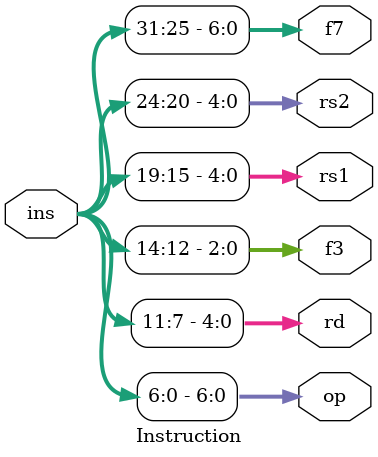
<source format=v>
module Instruction(ins, op, rd, f3, rs1, rs2, f7);
  
  input [31:0] ins;
  output [6:0] op;
  output [4:0] rd;
  output [2:0] f3;
  output [4:0] rs1;
  output [4:0] rs2;
  output [6:0] f7;
  
  assign op = ins[6:0];
  assign rd = ins[11:7];
  assign f3 = ins[14:12];
  assign rs1 = ins[19:15];
  assign rs2 = ins[24:20];
  assign f7 = ins[31:25];
  
  
  endmodule
</source>
